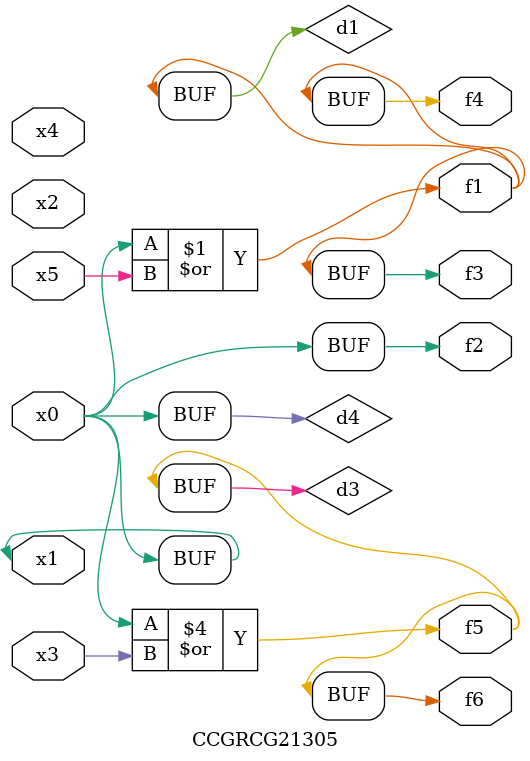
<source format=v>
module CCGRCG21305(
	input x0, x1, x2, x3, x4, x5,
	output f1, f2, f3, f4, f5, f6
);

	wire d1, d2, d3, d4;

	or (d1, x0, x5);
	xnor (d2, x1, x4);
	or (d3, x0, x3);
	buf (d4, x0, x1);
	assign f1 = d1;
	assign f2 = d4;
	assign f3 = d1;
	assign f4 = d1;
	assign f5 = d3;
	assign f6 = d3;
endmodule

</source>
